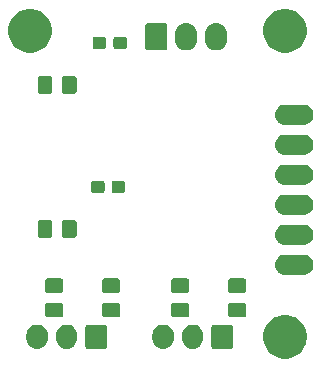
<source format=gbr>
G04 #@! TF.GenerationSoftware,KiCad,Pcbnew,(5.0.2)-1*
G04 #@! TF.CreationDate,2019-03-23T11:15:38+03:00*
G04 #@! TF.ProjectId,galvo-schematic,67616c76-6f2d-4736-9368-656d61746963,rev?*
G04 #@! TF.SameCoordinates,Original*
G04 #@! TF.FileFunction,Soldermask,Bot*
G04 #@! TF.FilePolarity,Negative*
%FSLAX46Y46*%
G04 Gerber Fmt 4.6, Leading zero omitted, Abs format (unit mm)*
G04 Created by KiCad (PCBNEW (5.0.2)-1) date 23.03.2019 11:15:38*
%MOMM*%
%LPD*%
G01*
G04 APERTURE LIST*
%ADD10C,0.100000*%
G04 APERTURE END LIST*
D10*
G36*
X146589625Y-108965095D02*
X146589627Y-108965096D01*
X146589628Y-108965096D01*
X146764720Y-109037622D01*
X146926303Y-109104552D01*
X147229306Y-109307011D01*
X147486989Y-109564694D01*
X147689448Y-109867697D01*
X147828905Y-110204375D01*
X147900000Y-110561791D01*
X147900000Y-110926209D01*
X147842539Y-111215081D01*
X147828904Y-111283628D01*
X147792534Y-111371432D01*
X147689448Y-111620303D01*
X147486989Y-111923306D01*
X147229306Y-112180989D01*
X146926303Y-112383448D01*
X146589628Y-112522904D01*
X146589627Y-112522904D01*
X146589625Y-112522905D01*
X146232209Y-112594000D01*
X145867791Y-112594000D01*
X145510375Y-112522905D01*
X145510373Y-112522904D01*
X145510372Y-112522904D01*
X145173697Y-112383448D01*
X144870694Y-112180989D01*
X144613011Y-111923306D01*
X144410552Y-111620303D01*
X144307466Y-111371432D01*
X144271096Y-111283628D01*
X144257461Y-111215081D01*
X144200000Y-110926209D01*
X144200000Y-110561791D01*
X144271095Y-110204375D01*
X144410552Y-109867697D01*
X144613011Y-109564694D01*
X144870694Y-109307011D01*
X145173697Y-109104552D01*
X145335280Y-109037622D01*
X145510372Y-108965096D01*
X145510373Y-108965096D01*
X145510375Y-108965095D01*
X145867791Y-108894000D01*
X146232209Y-108894000D01*
X146589625Y-108965095D01*
X146589625Y-108965095D01*
G37*
G36*
X125224429Y-109732022D02*
X125394081Y-109783486D01*
X125550434Y-109867058D01*
X125687475Y-109979525D01*
X125799942Y-110116566D01*
X125799943Y-110116568D01*
X125883514Y-110272919D01*
X125934977Y-110442570D01*
X125934977Y-110442572D01*
X125948000Y-110574789D01*
X125948000Y-110913212D01*
X125934978Y-111045429D01*
X125883514Y-111215081D01*
X125799942Y-111371434D01*
X125687475Y-111508475D01*
X125550434Y-111620942D01*
X125394080Y-111704514D01*
X125224428Y-111755978D01*
X125048000Y-111773355D01*
X124871571Y-111755978D01*
X124701919Y-111704514D01*
X124545566Y-111620942D01*
X124408525Y-111508475D01*
X124296058Y-111371434D01*
X124212486Y-111215080D01*
X124161022Y-111045428D01*
X124148000Y-110913211D01*
X124148000Y-110574788D01*
X124161022Y-110442571D01*
X124212486Y-110272919D01*
X124296057Y-110116568D01*
X124408525Y-109979525D01*
X124485451Y-109916394D01*
X124545567Y-109867058D01*
X124701920Y-109783486D01*
X124871572Y-109732022D01*
X125048000Y-109714645D01*
X125224429Y-109732022D01*
X125224429Y-109732022D01*
G37*
G36*
X135892429Y-109732022D02*
X136062081Y-109783486D01*
X136218434Y-109867058D01*
X136355475Y-109979525D01*
X136467942Y-110116566D01*
X136467943Y-110116568D01*
X136551514Y-110272919D01*
X136602977Y-110442570D01*
X136602977Y-110442572D01*
X136616000Y-110574789D01*
X136616000Y-110913212D01*
X136602978Y-111045429D01*
X136551514Y-111215081D01*
X136467942Y-111371434D01*
X136355475Y-111508475D01*
X136218434Y-111620942D01*
X136062080Y-111704514D01*
X135892428Y-111755978D01*
X135716000Y-111773355D01*
X135539571Y-111755978D01*
X135369919Y-111704514D01*
X135213566Y-111620942D01*
X135076525Y-111508475D01*
X134964058Y-111371434D01*
X134880486Y-111215080D01*
X134829022Y-111045428D01*
X134816000Y-110913211D01*
X134816000Y-110574788D01*
X134829022Y-110442571D01*
X134880486Y-110272919D01*
X134964057Y-110116568D01*
X135076525Y-109979525D01*
X135153451Y-109916394D01*
X135213567Y-109867058D01*
X135369920Y-109783486D01*
X135539572Y-109732022D01*
X135716000Y-109714645D01*
X135892429Y-109732022D01*
X135892429Y-109732022D01*
G37*
G36*
X127724429Y-109732022D02*
X127894081Y-109783486D01*
X128050434Y-109867058D01*
X128187475Y-109979525D01*
X128299942Y-110116566D01*
X128299943Y-110116568D01*
X128383514Y-110272919D01*
X128434977Y-110442570D01*
X128434977Y-110442572D01*
X128448000Y-110574789D01*
X128448000Y-110913212D01*
X128434978Y-111045429D01*
X128383514Y-111215081D01*
X128299942Y-111371434D01*
X128187475Y-111508475D01*
X128050434Y-111620942D01*
X127894080Y-111704514D01*
X127724428Y-111755978D01*
X127548000Y-111773355D01*
X127371571Y-111755978D01*
X127201919Y-111704514D01*
X127045566Y-111620942D01*
X126908525Y-111508475D01*
X126796058Y-111371434D01*
X126712486Y-111215080D01*
X126661022Y-111045428D01*
X126648000Y-110913211D01*
X126648000Y-110574788D01*
X126661022Y-110442571D01*
X126712486Y-110272919D01*
X126796057Y-110116568D01*
X126908525Y-109979525D01*
X126985451Y-109916394D01*
X127045567Y-109867058D01*
X127201920Y-109783486D01*
X127371572Y-109732022D01*
X127548000Y-109714645D01*
X127724429Y-109732022D01*
X127724429Y-109732022D01*
G37*
G36*
X138392429Y-109732022D02*
X138562081Y-109783486D01*
X138718434Y-109867058D01*
X138855475Y-109979525D01*
X138967942Y-110116566D01*
X138967943Y-110116568D01*
X139051514Y-110272919D01*
X139102977Y-110442570D01*
X139102977Y-110442572D01*
X139116000Y-110574789D01*
X139116000Y-110913212D01*
X139102978Y-111045429D01*
X139051514Y-111215081D01*
X138967942Y-111371434D01*
X138855475Y-111508475D01*
X138718434Y-111620942D01*
X138562080Y-111704514D01*
X138392428Y-111755978D01*
X138216000Y-111773355D01*
X138039571Y-111755978D01*
X137869919Y-111704514D01*
X137713566Y-111620942D01*
X137576525Y-111508475D01*
X137464058Y-111371434D01*
X137380486Y-111215080D01*
X137329022Y-111045428D01*
X137316000Y-110913211D01*
X137316000Y-110574788D01*
X137329022Y-110442571D01*
X137380486Y-110272919D01*
X137464057Y-110116568D01*
X137576525Y-109979525D01*
X137653451Y-109916394D01*
X137713567Y-109867058D01*
X137869920Y-109783486D01*
X138039572Y-109732022D01*
X138216000Y-109714645D01*
X138392429Y-109732022D01*
X138392429Y-109732022D01*
G37*
G36*
X141459660Y-109723205D02*
X141495980Y-109734222D01*
X141529459Y-109752118D01*
X141558802Y-109776198D01*
X141582882Y-109805541D01*
X141600778Y-109839020D01*
X141611795Y-109875340D01*
X141616000Y-109918035D01*
X141616000Y-111569965D01*
X141611795Y-111612660D01*
X141600778Y-111648980D01*
X141582882Y-111682459D01*
X141558802Y-111711802D01*
X141529459Y-111735882D01*
X141495980Y-111753778D01*
X141459660Y-111764795D01*
X141416965Y-111769000D01*
X140015035Y-111769000D01*
X139972340Y-111764795D01*
X139936020Y-111753778D01*
X139902541Y-111735882D01*
X139873198Y-111711802D01*
X139849118Y-111682459D01*
X139831222Y-111648980D01*
X139820205Y-111612660D01*
X139816000Y-111569965D01*
X139816000Y-109918035D01*
X139820205Y-109875340D01*
X139831222Y-109839020D01*
X139849118Y-109805541D01*
X139873198Y-109776198D01*
X139902541Y-109752118D01*
X139936020Y-109734222D01*
X139972340Y-109723205D01*
X140015035Y-109719000D01*
X141416965Y-109719000D01*
X141459660Y-109723205D01*
X141459660Y-109723205D01*
G37*
G36*
X130791660Y-109723205D02*
X130827980Y-109734222D01*
X130861459Y-109752118D01*
X130890802Y-109776198D01*
X130914882Y-109805541D01*
X130932778Y-109839020D01*
X130943795Y-109875340D01*
X130948000Y-109918035D01*
X130948000Y-111569965D01*
X130943795Y-111612660D01*
X130932778Y-111648980D01*
X130914882Y-111682459D01*
X130890802Y-111711802D01*
X130861459Y-111735882D01*
X130827980Y-111753778D01*
X130791660Y-111764795D01*
X130748965Y-111769000D01*
X129347035Y-111769000D01*
X129304340Y-111764795D01*
X129268020Y-111753778D01*
X129234541Y-111735882D01*
X129205198Y-111711802D01*
X129181118Y-111682459D01*
X129163222Y-111648980D01*
X129152205Y-111612660D01*
X129148000Y-111569965D01*
X129148000Y-109918035D01*
X129152205Y-109875340D01*
X129163222Y-109839020D01*
X129181118Y-109805541D01*
X129205198Y-109776198D01*
X129234541Y-109752118D01*
X129268020Y-109734222D01*
X129304340Y-109723205D01*
X129347035Y-109719000D01*
X130748965Y-109719000D01*
X130791660Y-109723205D01*
X130791660Y-109723205D01*
G37*
G36*
X131894676Y-107855610D02*
X131934960Y-107867829D01*
X131972080Y-107887670D01*
X132004622Y-107914378D01*
X132031330Y-107946920D01*
X132051171Y-107984040D01*
X132063390Y-108024324D01*
X132068000Y-108071124D01*
X132068000Y-108880876D01*
X132063390Y-108927676D01*
X132051171Y-108967960D01*
X132031330Y-109005080D01*
X132004622Y-109037622D01*
X131972080Y-109064330D01*
X131934960Y-109084171D01*
X131894676Y-109096390D01*
X131847876Y-109101000D01*
X130788124Y-109101000D01*
X130741324Y-109096390D01*
X130701040Y-109084171D01*
X130663920Y-109064330D01*
X130631378Y-109037622D01*
X130604670Y-109005080D01*
X130584829Y-108967960D01*
X130572610Y-108927676D01*
X130568000Y-108880876D01*
X130568000Y-108071124D01*
X130572610Y-108024324D01*
X130584829Y-107984040D01*
X130604670Y-107946920D01*
X130631378Y-107914378D01*
X130663920Y-107887670D01*
X130701040Y-107867829D01*
X130741324Y-107855610D01*
X130788124Y-107851000D01*
X131847876Y-107851000D01*
X131894676Y-107855610D01*
X131894676Y-107855610D01*
G37*
G36*
X142562676Y-107846610D02*
X142602960Y-107858829D01*
X142640080Y-107878670D01*
X142672622Y-107905378D01*
X142699330Y-107937920D01*
X142719171Y-107975040D01*
X142731390Y-108015324D01*
X142736000Y-108062124D01*
X142736000Y-108871876D01*
X142731390Y-108918676D01*
X142719171Y-108958960D01*
X142699330Y-108996080D01*
X142672622Y-109028622D01*
X142640080Y-109055330D01*
X142602960Y-109075171D01*
X142562676Y-109087390D01*
X142515876Y-109092000D01*
X141456124Y-109092000D01*
X141409324Y-109087390D01*
X141369040Y-109075171D01*
X141331920Y-109055330D01*
X141299378Y-109028622D01*
X141272670Y-108996080D01*
X141252829Y-108958960D01*
X141240610Y-108918676D01*
X141236000Y-108871876D01*
X141236000Y-108062124D01*
X141240610Y-108015324D01*
X141252829Y-107975040D01*
X141272670Y-107937920D01*
X141299378Y-107905378D01*
X141331920Y-107878670D01*
X141369040Y-107858829D01*
X141409324Y-107846610D01*
X141456124Y-107842000D01*
X142515876Y-107842000D01*
X142562676Y-107846610D01*
X142562676Y-107846610D01*
G37*
G36*
X127068676Y-107846610D02*
X127108960Y-107858829D01*
X127146080Y-107878670D01*
X127178622Y-107905378D01*
X127205330Y-107937920D01*
X127225171Y-107975040D01*
X127237390Y-108015324D01*
X127242000Y-108062124D01*
X127242000Y-108871876D01*
X127237390Y-108918676D01*
X127225171Y-108958960D01*
X127205330Y-108996080D01*
X127178622Y-109028622D01*
X127146080Y-109055330D01*
X127108960Y-109075171D01*
X127068676Y-109087390D01*
X127021876Y-109092000D01*
X125962124Y-109092000D01*
X125915324Y-109087390D01*
X125875040Y-109075171D01*
X125837920Y-109055330D01*
X125805378Y-109028622D01*
X125778670Y-108996080D01*
X125758829Y-108958960D01*
X125746610Y-108918676D01*
X125742000Y-108871876D01*
X125742000Y-108062124D01*
X125746610Y-108015324D01*
X125758829Y-107975040D01*
X125778670Y-107937920D01*
X125805378Y-107905378D01*
X125837920Y-107878670D01*
X125875040Y-107858829D01*
X125915324Y-107846610D01*
X125962124Y-107842000D01*
X127021876Y-107842000D01*
X127068676Y-107846610D01*
X127068676Y-107846610D01*
G37*
G36*
X137736676Y-107846610D02*
X137776960Y-107858829D01*
X137814080Y-107878670D01*
X137846622Y-107905378D01*
X137873330Y-107937920D01*
X137893171Y-107975040D01*
X137905390Y-108015324D01*
X137910000Y-108062124D01*
X137910000Y-108871876D01*
X137905390Y-108918676D01*
X137893171Y-108958960D01*
X137873330Y-108996080D01*
X137846622Y-109028622D01*
X137814080Y-109055330D01*
X137776960Y-109075171D01*
X137736676Y-109087390D01*
X137689876Y-109092000D01*
X136630124Y-109092000D01*
X136583324Y-109087390D01*
X136543040Y-109075171D01*
X136505920Y-109055330D01*
X136473378Y-109028622D01*
X136446670Y-108996080D01*
X136426829Y-108958960D01*
X136414610Y-108918676D01*
X136410000Y-108871876D01*
X136410000Y-108062124D01*
X136414610Y-108015324D01*
X136426829Y-107975040D01*
X136446670Y-107937920D01*
X136473378Y-107905378D01*
X136505920Y-107878670D01*
X136543040Y-107858829D01*
X136583324Y-107846610D01*
X136630124Y-107842000D01*
X137689876Y-107842000D01*
X137736676Y-107846610D01*
X137736676Y-107846610D01*
G37*
G36*
X131894676Y-105805610D02*
X131934960Y-105817829D01*
X131972080Y-105837670D01*
X132004622Y-105864378D01*
X132031330Y-105896920D01*
X132051171Y-105934040D01*
X132063390Y-105974324D01*
X132068000Y-106021124D01*
X132068000Y-106830876D01*
X132063390Y-106877676D01*
X132051171Y-106917960D01*
X132031330Y-106955080D01*
X132004622Y-106987622D01*
X131972080Y-107014330D01*
X131934960Y-107034171D01*
X131894676Y-107046390D01*
X131847876Y-107051000D01*
X130788124Y-107051000D01*
X130741324Y-107046390D01*
X130701040Y-107034171D01*
X130663920Y-107014330D01*
X130631378Y-106987622D01*
X130604670Y-106955080D01*
X130584829Y-106917960D01*
X130572610Y-106877676D01*
X130568000Y-106830876D01*
X130568000Y-106021124D01*
X130572610Y-105974324D01*
X130584829Y-105934040D01*
X130604670Y-105896920D01*
X130631378Y-105864378D01*
X130663920Y-105837670D01*
X130701040Y-105817829D01*
X130741324Y-105805610D01*
X130788124Y-105801000D01*
X131847876Y-105801000D01*
X131894676Y-105805610D01*
X131894676Y-105805610D01*
G37*
G36*
X137736676Y-105796610D02*
X137776960Y-105808829D01*
X137814080Y-105828670D01*
X137846622Y-105855378D01*
X137873330Y-105887920D01*
X137893171Y-105925040D01*
X137905390Y-105965324D01*
X137910000Y-106012124D01*
X137910000Y-106821876D01*
X137905390Y-106868676D01*
X137893171Y-106908960D01*
X137873330Y-106946080D01*
X137846622Y-106978622D01*
X137814080Y-107005330D01*
X137776960Y-107025171D01*
X137736676Y-107037390D01*
X137689876Y-107042000D01*
X136630124Y-107042000D01*
X136583324Y-107037390D01*
X136543040Y-107025171D01*
X136505920Y-107005330D01*
X136473378Y-106978622D01*
X136446670Y-106946080D01*
X136426829Y-106908960D01*
X136414610Y-106868676D01*
X136410000Y-106821876D01*
X136410000Y-106012124D01*
X136414610Y-105965324D01*
X136426829Y-105925040D01*
X136446670Y-105887920D01*
X136473378Y-105855378D01*
X136505920Y-105828670D01*
X136543040Y-105808829D01*
X136583324Y-105796610D01*
X136630124Y-105792000D01*
X137689876Y-105792000D01*
X137736676Y-105796610D01*
X137736676Y-105796610D01*
G37*
G36*
X127068676Y-105796610D02*
X127108960Y-105808829D01*
X127146080Y-105828670D01*
X127178622Y-105855378D01*
X127205330Y-105887920D01*
X127225171Y-105925040D01*
X127237390Y-105965324D01*
X127242000Y-106012124D01*
X127242000Y-106821876D01*
X127237390Y-106868676D01*
X127225171Y-106908960D01*
X127205330Y-106946080D01*
X127178622Y-106978622D01*
X127146080Y-107005330D01*
X127108960Y-107025171D01*
X127068676Y-107037390D01*
X127021876Y-107042000D01*
X125962124Y-107042000D01*
X125915324Y-107037390D01*
X125875040Y-107025171D01*
X125837920Y-107005330D01*
X125805378Y-106978622D01*
X125778670Y-106946080D01*
X125758829Y-106908960D01*
X125746610Y-106868676D01*
X125742000Y-106821876D01*
X125742000Y-106012124D01*
X125746610Y-105965324D01*
X125758829Y-105925040D01*
X125778670Y-105887920D01*
X125805378Y-105855378D01*
X125837920Y-105828670D01*
X125875040Y-105808829D01*
X125915324Y-105796610D01*
X125962124Y-105792000D01*
X127021876Y-105792000D01*
X127068676Y-105796610D01*
X127068676Y-105796610D01*
G37*
G36*
X142562676Y-105796610D02*
X142602960Y-105808829D01*
X142640080Y-105828670D01*
X142672622Y-105855378D01*
X142699330Y-105887920D01*
X142719171Y-105925040D01*
X142731390Y-105965324D01*
X142736000Y-106012124D01*
X142736000Y-106821876D01*
X142731390Y-106868676D01*
X142719171Y-106908960D01*
X142699330Y-106946080D01*
X142672622Y-106978622D01*
X142640080Y-107005330D01*
X142602960Y-107025171D01*
X142562676Y-107037390D01*
X142515876Y-107042000D01*
X141456124Y-107042000D01*
X141409324Y-107037390D01*
X141369040Y-107025171D01*
X141331920Y-107005330D01*
X141299378Y-106978622D01*
X141272670Y-106946080D01*
X141252829Y-106908960D01*
X141240610Y-106868676D01*
X141236000Y-106821876D01*
X141236000Y-106012124D01*
X141240610Y-105965324D01*
X141252829Y-105925040D01*
X141272670Y-105887920D01*
X141299378Y-105855378D01*
X141331920Y-105828670D01*
X141369040Y-105808829D01*
X141409324Y-105796610D01*
X141456124Y-105792000D01*
X142515876Y-105792000D01*
X142562676Y-105796610D01*
X142562676Y-105796610D01*
G37*
G36*
X147743293Y-103796895D02*
X147906085Y-103846278D01*
X148056114Y-103926470D01*
X148187612Y-104034388D01*
X148295530Y-104165886D01*
X148375722Y-104315915D01*
X148425105Y-104478707D01*
X148441779Y-104648000D01*
X148425105Y-104817293D01*
X148375722Y-104980085D01*
X148295530Y-105130114D01*
X148187612Y-105261612D01*
X148056114Y-105369530D01*
X147906085Y-105449722D01*
X147743293Y-105499105D01*
X147616426Y-105511600D01*
X146007574Y-105511600D01*
X145880707Y-105499105D01*
X145717915Y-105449722D01*
X145567886Y-105369530D01*
X145436388Y-105261612D01*
X145328470Y-105130114D01*
X145248278Y-104980085D01*
X145198895Y-104817293D01*
X145182221Y-104648000D01*
X145198895Y-104478707D01*
X145248278Y-104315915D01*
X145328470Y-104165886D01*
X145436388Y-104034388D01*
X145567886Y-103926470D01*
X145717915Y-103846278D01*
X145880707Y-103796895D01*
X146007574Y-103784400D01*
X147616426Y-103784400D01*
X147743293Y-103796895D01*
X147743293Y-103796895D01*
G37*
G36*
X147743293Y-101256895D02*
X147906085Y-101306278D01*
X148056114Y-101386470D01*
X148187612Y-101494388D01*
X148295530Y-101625886D01*
X148375722Y-101775915D01*
X148425105Y-101938707D01*
X148441779Y-102108000D01*
X148425105Y-102277293D01*
X148375722Y-102440085D01*
X148295530Y-102590114D01*
X148187612Y-102721612D01*
X148056114Y-102829530D01*
X147906085Y-102909722D01*
X147743293Y-102959105D01*
X147616426Y-102971600D01*
X146007574Y-102971600D01*
X145880707Y-102959105D01*
X145717915Y-102909722D01*
X145567886Y-102829530D01*
X145436388Y-102721612D01*
X145328470Y-102590114D01*
X145248278Y-102440085D01*
X145198895Y-102277293D01*
X145182221Y-102108000D01*
X145198895Y-101938707D01*
X145248278Y-101775915D01*
X145328470Y-101625886D01*
X145436388Y-101494388D01*
X145567886Y-101386470D01*
X145717915Y-101306278D01*
X145880707Y-101256895D01*
X146007574Y-101244400D01*
X147616426Y-101244400D01*
X147743293Y-101256895D01*
X147743293Y-101256895D01*
G37*
G36*
X128222676Y-100854610D02*
X128262960Y-100866829D01*
X128300080Y-100886670D01*
X128332622Y-100913378D01*
X128359330Y-100945920D01*
X128379171Y-100983040D01*
X128391390Y-101023324D01*
X128396000Y-101070124D01*
X128396000Y-102129876D01*
X128391390Y-102176676D01*
X128379171Y-102216960D01*
X128359330Y-102254080D01*
X128332622Y-102286622D01*
X128300080Y-102313330D01*
X128262960Y-102333171D01*
X128222676Y-102345390D01*
X128175876Y-102350000D01*
X127366124Y-102350000D01*
X127319324Y-102345390D01*
X127279040Y-102333171D01*
X127241920Y-102313330D01*
X127209378Y-102286622D01*
X127182670Y-102254080D01*
X127162829Y-102216960D01*
X127150610Y-102176676D01*
X127146000Y-102129876D01*
X127146000Y-101070124D01*
X127150610Y-101023324D01*
X127162829Y-100983040D01*
X127182670Y-100945920D01*
X127209378Y-100913378D01*
X127241920Y-100886670D01*
X127279040Y-100866829D01*
X127319324Y-100854610D01*
X127366124Y-100850000D01*
X128175876Y-100850000D01*
X128222676Y-100854610D01*
X128222676Y-100854610D01*
G37*
G36*
X126172676Y-100854610D02*
X126212960Y-100866829D01*
X126250080Y-100886670D01*
X126282622Y-100913378D01*
X126309330Y-100945920D01*
X126329171Y-100983040D01*
X126341390Y-101023324D01*
X126346000Y-101070124D01*
X126346000Y-102129876D01*
X126341390Y-102176676D01*
X126329171Y-102216960D01*
X126309330Y-102254080D01*
X126282622Y-102286622D01*
X126250080Y-102313330D01*
X126212960Y-102333171D01*
X126172676Y-102345390D01*
X126125876Y-102350000D01*
X125316124Y-102350000D01*
X125269324Y-102345390D01*
X125229040Y-102333171D01*
X125191920Y-102313330D01*
X125159378Y-102286622D01*
X125132670Y-102254080D01*
X125112829Y-102216960D01*
X125100610Y-102176676D01*
X125096000Y-102129876D01*
X125096000Y-101070124D01*
X125100610Y-101023324D01*
X125112829Y-100983040D01*
X125132670Y-100945920D01*
X125159378Y-100913378D01*
X125191920Y-100886670D01*
X125229040Y-100866829D01*
X125269324Y-100854610D01*
X125316124Y-100850000D01*
X126125876Y-100850000D01*
X126172676Y-100854610D01*
X126172676Y-100854610D01*
G37*
G36*
X147743293Y-98716895D02*
X147906085Y-98766278D01*
X148056114Y-98846470D01*
X148187612Y-98954388D01*
X148295530Y-99085886D01*
X148375722Y-99235915D01*
X148425105Y-99398707D01*
X148441779Y-99568000D01*
X148425105Y-99737293D01*
X148375722Y-99900085D01*
X148295530Y-100050114D01*
X148187612Y-100181612D01*
X148056114Y-100289530D01*
X147906085Y-100369722D01*
X147743293Y-100419105D01*
X147616426Y-100431600D01*
X146007574Y-100431600D01*
X145880707Y-100419105D01*
X145717915Y-100369722D01*
X145567886Y-100289530D01*
X145436388Y-100181612D01*
X145328470Y-100050114D01*
X145248278Y-99900085D01*
X145198895Y-99737293D01*
X145182221Y-99568000D01*
X145198895Y-99398707D01*
X145248278Y-99235915D01*
X145328470Y-99085886D01*
X145436388Y-98954388D01*
X145567886Y-98846470D01*
X145717915Y-98766278D01*
X145880707Y-98716895D01*
X146007574Y-98704400D01*
X147616426Y-98704400D01*
X147743293Y-98716895D01*
X147743293Y-98716895D01*
G37*
G36*
X132342861Y-97523557D02*
X132382635Y-97535623D01*
X132419292Y-97555216D01*
X132451418Y-97581582D01*
X132477784Y-97613708D01*
X132497377Y-97650365D01*
X132509443Y-97690139D01*
X132514000Y-97736408D01*
X132514000Y-98351592D01*
X132509443Y-98397861D01*
X132497377Y-98437635D01*
X132477784Y-98474292D01*
X132451418Y-98506418D01*
X132419292Y-98532784D01*
X132382635Y-98552377D01*
X132342861Y-98564443D01*
X132296592Y-98569000D01*
X131581408Y-98569000D01*
X131535139Y-98564443D01*
X131495365Y-98552377D01*
X131458708Y-98532784D01*
X131426582Y-98506418D01*
X131400216Y-98474292D01*
X131380623Y-98437635D01*
X131368557Y-98397861D01*
X131364000Y-98351592D01*
X131364000Y-97736408D01*
X131368557Y-97690139D01*
X131380623Y-97650365D01*
X131400216Y-97613708D01*
X131426582Y-97581582D01*
X131458708Y-97555216D01*
X131495365Y-97535623D01*
X131535139Y-97523557D01*
X131581408Y-97519000D01*
X132296592Y-97519000D01*
X132342861Y-97523557D01*
X132342861Y-97523557D01*
G37*
G36*
X130592861Y-97523557D02*
X130632635Y-97535623D01*
X130669292Y-97555216D01*
X130701418Y-97581582D01*
X130727784Y-97613708D01*
X130747377Y-97650365D01*
X130759443Y-97690139D01*
X130764000Y-97736408D01*
X130764000Y-98351592D01*
X130759443Y-98397861D01*
X130747377Y-98437635D01*
X130727784Y-98474292D01*
X130701418Y-98506418D01*
X130669292Y-98532784D01*
X130632635Y-98552377D01*
X130592861Y-98564443D01*
X130546592Y-98569000D01*
X129831408Y-98569000D01*
X129785139Y-98564443D01*
X129745365Y-98552377D01*
X129708708Y-98532784D01*
X129676582Y-98506418D01*
X129650216Y-98474292D01*
X129630623Y-98437635D01*
X129618557Y-98397861D01*
X129614000Y-98351592D01*
X129614000Y-97736408D01*
X129618557Y-97690139D01*
X129630623Y-97650365D01*
X129650216Y-97613708D01*
X129676582Y-97581582D01*
X129708708Y-97555216D01*
X129745365Y-97535623D01*
X129785139Y-97523557D01*
X129831408Y-97519000D01*
X130546592Y-97519000D01*
X130592861Y-97523557D01*
X130592861Y-97523557D01*
G37*
G36*
X147743293Y-96176895D02*
X147906085Y-96226278D01*
X148056114Y-96306470D01*
X148187612Y-96414388D01*
X148295530Y-96545886D01*
X148375722Y-96695915D01*
X148425105Y-96858707D01*
X148441779Y-97028000D01*
X148425105Y-97197293D01*
X148375722Y-97360085D01*
X148295530Y-97510114D01*
X148187612Y-97641612D01*
X148056114Y-97749530D01*
X147906085Y-97829722D01*
X147743293Y-97879105D01*
X147616426Y-97891600D01*
X146007574Y-97891600D01*
X145880707Y-97879105D01*
X145717915Y-97829722D01*
X145567886Y-97749530D01*
X145436388Y-97641612D01*
X145328470Y-97510114D01*
X145248278Y-97360085D01*
X145198895Y-97197293D01*
X145182221Y-97028000D01*
X145198895Y-96858707D01*
X145248278Y-96695915D01*
X145328470Y-96545886D01*
X145436388Y-96414388D01*
X145567886Y-96306470D01*
X145717915Y-96226278D01*
X145880707Y-96176895D01*
X146007574Y-96164400D01*
X147616426Y-96164400D01*
X147743293Y-96176895D01*
X147743293Y-96176895D01*
G37*
G36*
X147743293Y-93636895D02*
X147906085Y-93686278D01*
X148056114Y-93766470D01*
X148187612Y-93874388D01*
X148295530Y-94005886D01*
X148375722Y-94155915D01*
X148425105Y-94318707D01*
X148441779Y-94488000D01*
X148425105Y-94657293D01*
X148375722Y-94820085D01*
X148295530Y-94970114D01*
X148187612Y-95101612D01*
X148056114Y-95209530D01*
X147906085Y-95289722D01*
X147743293Y-95339105D01*
X147616426Y-95351600D01*
X146007574Y-95351600D01*
X145880707Y-95339105D01*
X145717915Y-95289722D01*
X145567886Y-95209530D01*
X145436388Y-95101612D01*
X145328470Y-94970114D01*
X145248278Y-94820085D01*
X145198895Y-94657293D01*
X145182221Y-94488000D01*
X145198895Y-94318707D01*
X145248278Y-94155915D01*
X145328470Y-94005886D01*
X145436388Y-93874388D01*
X145567886Y-93766470D01*
X145717915Y-93686278D01*
X145880707Y-93636895D01*
X146007574Y-93624400D01*
X147616426Y-93624400D01*
X147743293Y-93636895D01*
X147743293Y-93636895D01*
G37*
G36*
X147743293Y-91096895D02*
X147906085Y-91146278D01*
X148056114Y-91226470D01*
X148187612Y-91334388D01*
X148295530Y-91465886D01*
X148375722Y-91615915D01*
X148425105Y-91778707D01*
X148441779Y-91948000D01*
X148425105Y-92117293D01*
X148375722Y-92280085D01*
X148295530Y-92430114D01*
X148187612Y-92561612D01*
X148056114Y-92669530D01*
X147906085Y-92749722D01*
X147743293Y-92799105D01*
X147616426Y-92811600D01*
X146007574Y-92811600D01*
X145880707Y-92799105D01*
X145717915Y-92749722D01*
X145567886Y-92669530D01*
X145436388Y-92561612D01*
X145328470Y-92430114D01*
X145248278Y-92280085D01*
X145198895Y-92117293D01*
X145182221Y-91948000D01*
X145198895Y-91778707D01*
X145248278Y-91615915D01*
X145328470Y-91465886D01*
X145436388Y-91334388D01*
X145567886Y-91226470D01*
X145717915Y-91146278D01*
X145880707Y-91096895D01*
X146007574Y-91084400D01*
X147616426Y-91084400D01*
X147743293Y-91096895D01*
X147743293Y-91096895D01*
G37*
G36*
X128222676Y-88662610D02*
X128262960Y-88674829D01*
X128300080Y-88694670D01*
X128332622Y-88721378D01*
X128359330Y-88753920D01*
X128379171Y-88791040D01*
X128391390Y-88831324D01*
X128396000Y-88878124D01*
X128396000Y-89937876D01*
X128391390Y-89984676D01*
X128379171Y-90024960D01*
X128359330Y-90062080D01*
X128332622Y-90094622D01*
X128300080Y-90121330D01*
X128262960Y-90141171D01*
X128222676Y-90153390D01*
X128175876Y-90158000D01*
X127366124Y-90158000D01*
X127319324Y-90153390D01*
X127279040Y-90141171D01*
X127241920Y-90121330D01*
X127209378Y-90094622D01*
X127182670Y-90062080D01*
X127162829Y-90024960D01*
X127150610Y-89984676D01*
X127146000Y-89937876D01*
X127146000Y-88878124D01*
X127150610Y-88831324D01*
X127162829Y-88791040D01*
X127182670Y-88753920D01*
X127209378Y-88721378D01*
X127241920Y-88694670D01*
X127279040Y-88674829D01*
X127319324Y-88662610D01*
X127366124Y-88658000D01*
X128175876Y-88658000D01*
X128222676Y-88662610D01*
X128222676Y-88662610D01*
G37*
G36*
X126172676Y-88662610D02*
X126212960Y-88674829D01*
X126250080Y-88694670D01*
X126282622Y-88721378D01*
X126309330Y-88753920D01*
X126329171Y-88791040D01*
X126341390Y-88831324D01*
X126346000Y-88878124D01*
X126346000Y-89937876D01*
X126341390Y-89984676D01*
X126329171Y-90024960D01*
X126309330Y-90062080D01*
X126282622Y-90094622D01*
X126250080Y-90121330D01*
X126212960Y-90141171D01*
X126172676Y-90153390D01*
X126125876Y-90158000D01*
X125316124Y-90158000D01*
X125269324Y-90153390D01*
X125229040Y-90141171D01*
X125191920Y-90121330D01*
X125159378Y-90094622D01*
X125132670Y-90062080D01*
X125112829Y-90024960D01*
X125100610Y-89984676D01*
X125096000Y-89937876D01*
X125096000Y-88878124D01*
X125100610Y-88831324D01*
X125112829Y-88791040D01*
X125132670Y-88753920D01*
X125159378Y-88721378D01*
X125191920Y-88694670D01*
X125229040Y-88674829D01*
X125269324Y-88662610D01*
X125316124Y-88658000D01*
X126125876Y-88658000D01*
X126172676Y-88662610D01*
X126172676Y-88662610D01*
G37*
G36*
X124999625Y-83057095D02*
X124999627Y-83057096D01*
X124999628Y-83057096D01*
X125336303Y-83196552D01*
X125639306Y-83399011D01*
X125896989Y-83656694D01*
X125896990Y-83656696D01*
X126099448Y-83959697D01*
X126232159Y-84280087D01*
X126238905Y-84296375D01*
X126310000Y-84653791D01*
X126310000Y-85018209D01*
X126244602Y-85346982D01*
X126238904Y-85375628D01*
X126099448Y-85712303D01*
X125896989Y-86015306D01*
X125639306Y-86272989D01*
X125437377Y-86407913D01*
X125336303Y-86475448D01*
X124999628Y-86614904D01*
X124999627Y-86614904D01*
X124999625Y-86614905D01*
X124642209Y-86686000D01*
X124277791Y-86686000D01*
X123920375Y-86614905D01*
X123920373Y-86614904D01*
X123920372Y-86614904D01*
X123583697Y-86475448D01*
X123482623Y-86407913D01*
X123280694Y-86272989D01*
X123023011Y-86015306D01*
X122820552Y-85712303D01*
X122681096Y-85375628D01*
X122675398Y-85346982D01*
X122610000Y-85018209D01*
X122610000Y-84653791D01*
X122681095Y-84296375D01*
X122687842Y-84280087D01*
X122820552Y-83959697D01*
X123023010Y-83656696D01*
X123023011Y-83656694D01*
X123280694Y-83399011D01*
X123583697Y-83196552D01*
X123920372Y-83057096D01*
X123920373Y-83057096D01*
X123920375Y-83057095D01*
X124277791Y-82986000D01*
X124642209Y-82986000D01*
X124999625Y-83057095D01*
X124999625Y-83057095D01*
G37*
G36*
X146589625Y-83057095D02*
X146589627Y-83057096D01*
X146589628Y-83057096D01*
X146926303Y-83196552D01*
X147229306Y-83399011D01*
X147486989Y-83656694D01*
X147486990Y-83656696D01*
X147689448Y-83959697D01*
X147822159Y-84280087D01*
X147828905Y-84296375D01*
X147900000Y-84653791D01*
X147900000Y-85018209D01*
X147834602Y-85346982D01*
X147828904Y-85375628D01*
X147689448Y-85712303D01*
X147486989Y-86015306D01*
X147229306Y-86272989D01*
X147027377Y-86407913D01*
X146926303Y-86475448D01*
X146589628Y-86614904D01*
X146589627Y-86614904D01*
X146589625Y-86614905D01*
X146232209Y-86686000D01*
X145867791Y-86686000D01*
X145510375Y-86614905D01*
X145510373Y-86614904D01*
X145510372Y-86614904D01*
X145173697Y-86475448D01*
X145072623Y-86407913D01*
X144870694Y-86272989D01*
X144613011Y-86015306D01*
X144410552Y-85712303D01*
X144271096Y-85375628D01*
X144265398Y-85346982D01*
X144200000Y-85018209D01*
X144200000Y-84653791D01*
X144271095Y-84296375D01*
X144277842Y-84280087D01*
X144410552Y-83959697D01*
X144613010Y-83656696D01*
X144613011Y-83656694D01*
X144870694Y-83399011D01*
X145173697Y-83196552D01*
X145510372Y-83057096D01*
X145510373Y-83057096D01*
X145510375Y-83057095D01*
X145867791Y-82986000D01*
X146232209Y-82986000D01*
X146589625Y-83057095D01*
X146589625Y-83057095D01*
G37*
G36*
X137848348Y-84207311D02*
X138021772Y-84259919D01*
X138181598Y-84345348D01*
X138196037Y-84357198D01*
X138321686Y-84460314D01*
X138436653Y-84600403D01*
X138465189Y-84653791D01*
X138522081Y-84760227D01*
X138574689Y-84933651D01*
X138588000Y-85068802D01*
X138588000Y-85619197D01*
X138578829Y-85712303D01*
X138574688Y-85754351D01*
X138522081Y-85927772D01*
X138436653Y-86087597D01*
X138321686Y-86227686D01*
X138181597Y-86342653D01*
X138121817Y-86374606D01*
X138021773Y-86428081D01*
X137848349Y-86480689D01*
X137668000Y-86498452D01*
X137487652Y-86480689D01*
X137314228Y-86428081D01*
X137214184Y-86374606D01*
X137154404Y-86342653D01*
X137014315Y-86227686D01*
X136899348Y-86087597D01*
X136859583Y-86013202D01*
X136813919Y-85927773D01*
X136761311Y-85754349D01*
X136748000Y-85619198D01*
X136748000Y-85068803D01*
X136761311Y-84933652D01*
X136813919Y-84760228D01*
X136899348Y-84600402D01*
X136929296Y-84563910D01*
X137014314Y-84460314D01*
X137154403Y-84345347D01*
X137276496Y-84280087D01*
X137314227Y-84259919D01*
X137487651Y-84207311D01*
X137668000Y-84189548D01*
X137848348Y-84207311D01*
X137848348Y-84207311D01*
G37*
G36*
X140388348Y-84207311D02*
X140561772Y-84259919D01*
X140721598Y-84345348D01*
X140736037Y-84357198D01*
X140861686Y-84460314D01*
X140976653Y-84600403D01*
X141005189Y-84653791D01*
X141062081Y-84760227D01*
X141114689Y-84933651D01*
X141128000Y-85068802D01*
X141128000Y-85619197D01*
X141118829Y-85712303D01*
X141114688Y-85754351D01*
X141062081Y-85927772D01*
X140976653Y-86087597D01*
X140861686Y-86227686D01*
X140721597Y-86342653D01*
X140661817Y-86374606D01*
X140561773Y-86428081D01*
X140388349Y-86480689D01*
X140208000Y-86498452D01*
X140027652Y-86480689D01*
X139854228Y-86428081D01*
X139754184Y-86374606D01*
X139694404Y-86342653D01*
X139554315Y-86227686D01*
X139439348Y-86087597D01*
X139399583Y-86013202D01*
X139353919Y-85927773D01*
X139301311Y-85754349D01*
X139288000Y-85619198D01*
X139288000Y-85068803D01*
X139301311Y-84933652D01*
X139353919Y-84760228D01*
X139439348Y-84600402D01*
X139469296Y-84563910D01*
X139554314Y-84460314D01*
X139694403Y-84345347D01*
X139816496Y-84280087D01*
X139854227Y-84259919D01*
X140027651Y-84207311D01*
X140208000Y-84189548D01*
X140388348Y-84207311D01*
X140388348Y-84207311D01*
G37*
G36*
X135892474Y-84198185D02*
X135928606Y-84209145D01*
X135961913Y-84226948D01*
X135991099Y-84250901D01*
X136015052Y-84280087D01*
X136032855Y-84313394D01*
X136043815Y-84349526D01*
X136048000Y-84392011D01*
X136048000Y-86295989D01*
X136043815Y-86338474D01*
X136032855Y-86374606D01*
X136015052Y-86407913D01*
X135991099Y-86437099D01*
X135961913Y-86461052D01*
X135928606Y-86478855D01*
X135892474Y-86489815D01*
X135849989Y-86494000D01*
X134406011Y-86494000D01*
X134363526Y-86489815D01*
X134327394Y-86478855D01*
X134294087Y-86461052D01*
X134264901Y-86437099D01*
X134240948Y-86407913D01*
X134223145Y-86374606D01*
X134212185Y-86338474D01*
X134208000Y-86295989D01*
X134208000Y-84392011D01*
X134212185Y-84349526D01*
X134223145Y-84313394D01*
X134240948Y-84280087D01*
X134264901Y-84250901D01*
X134294087Y-84226948D01*
X134327394Y-84209145D01*
X134363526Y-84198185D01*
X134406011Y-84194000D01*
X135849989Y-84194000D01*
X135892474Y-84198185D01*
X135892474Y-84198185D01*
G37*
G36*
X132483861Y-85331557D02*
X132523635Y-85343623D01*
X132560292Y-85363216D01*
X132592418Y-85389582D01*
X132618784Y-85421708D01*
X132638377Y-85458365D01*
X132650443Y-85498139D01*
X132655000Y-85544408D01*
X132655000Y-86159592D01*
X132650443Y-86205861D01*
X132638377Y-86245635D01*
X132618784Y-86282292D01*
X132592418Y-86314418D01*
X132560292Y-86340784D01*
X132523635Y-86360377D01*
X132483861Y-86372443D01*
X132437592Y-86377000D01*
X131722408Y-86377000D01*
X131676139Y-86372443D01*
X131636365Y-86360377D01*
X131599708Y-86340784D01*
X131567582Y-86314418D01*
X131541216Y-86282292D01*
X131521623Y-86245635D01*
X131509557Y-86205861D01*
X131505000Y-86159592D01*
X131505000Y-85544408D01*
X131509557Y-85498139D01*
X131521623Y-85458365D01*
X131541216Y-85421708D01*
X131567582Y-85389582D01*
X131599708Y-85363216D01*
X131636365Y-85343623D01*
X131676139Y-85331557D01*
X131722408Y-85327000D01*
X132437592Y-85327000D01*
X132483861Y-85331557D01*
X132483861Y-85331557D01*
G37*
G36*
X130733861Y-85331557D02*
X130773635Y-85343623D01*
X130810292Y-85363216D01*
X130842418Y-85389582D01*
X130868784Y-85421708D01*
X130888377Y-85458365D01*
X130900443Y-85498139D01*
X130905000Y-85544408D01*
X130905000Y-86159592D01*
X130900443Y-86205861D01*
X130888377Y-86245635D01*
X130868784Y-86282292D01*
X130842418Y-86314418D01*
X130810292Y-86340784D01*
X130773635Y-86360377D01*
X130733861Y-86372443D01*
X130687592Y-86377000D01*
X129972408Y-86377000D01*
X129926139Y-86372443D01*
X129886365Y-86360377D01*
X129849708Y-86340784D01*
X129817582Y-86314418D01*
X129791216Y-86282292D01*
X129771623Y-86245635D01*
X129759557Y-86205861D01*
X129755000Y-86159592D01*
X129755000Y-85544408D01*
X129759557Y-85498139D01*
X129771623Y-85458365D01*
X129791216Y-85421708D01*
X129817582Y-85389582D01*
X129849708Y-85363216D01*
X129886365Y-85343623D01*
X129926139Y-85331557D01*
X129972408Y-85327000D01*
X130687592Y-85327000D01*
X130733861Y-85331557D01*
X130733861Y-85331557D01*
G37*
M02*

</source>
